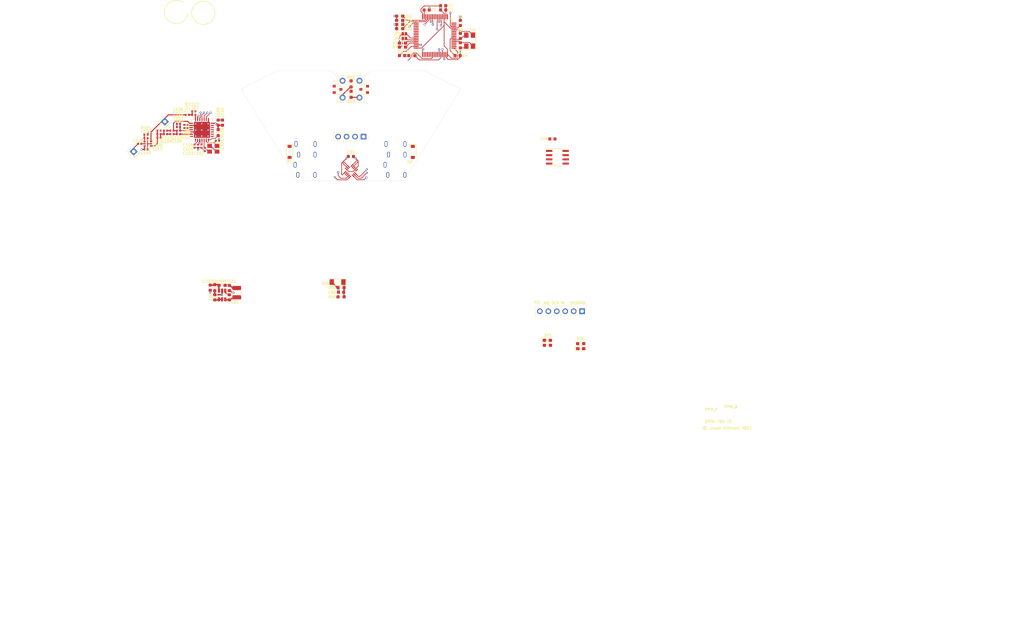
<source format=kicad_pcb>
(kicad_pcb (version 20211014) (generator pcbnew)
  (layers (0 "F.Cu" signal) (1 "In1.Cu" signal) (2 "In2.Cu" signal) (31 "B.Cu" signal) (35 "F.Paste" user) (36 "B.SilkS" user "B.Silkscreen") (37 "F.SilkS" user "F.Silkscreen") (38 "B.Mask" user) (39 "F.Mask" user) (44 "Edge.Cuts" user))
  (net 0 "")
  (net 1 "GND")
  (net 2 "+3V3")
  (net 3 "Net-(C4-Pad2)")
  (net 4 "Net-(C5-Pad2)")
  (net 5 "Net-(C6-Pad2)")
  (net 6 "VDD")
  (net 7 "Net-(C21-Pad2)")
  (net 8 "Net-(C21-Pad1)")
  (net 9 "Net-(C22-Pad2)")
  (net 10 "Net-(C101-Pad2)")
  (net 11 "Net-(C102-Pad2)")
  (net 12 "Net-(C103-Pad1)")
  (net 13 "Net-(C105-Pad1)")
  (net 14 "Net-(C109-Pad2)")
  (net 15 "/sx1276/Antenna")
  (net 16 "Net-(C7-Pad1)")
  (net 17 "Net-(Q11-Pad3)")
  (net 18 "Net-(Q11-Pad1)")
  (net 19 "Net-(Q12-Pad3)")
  (net 20 "Net-(Q12-Pad1)")
  (net 21 "Net-(R1-Pad2)")
  (net 22 "P_MISO")
  (net 23 "P_MOSI")
  (net 24 "/sx1276/RST")
  (net 25 "P_SCK")
  (net 26 "Net-(C8-Pad1)")
  (net 27 "RFO_HF")
  (net 28 "Net-(C111-Pad1)")
  (net 29 "RF1")
  (net 30 "RF2")
  (net 31 "Net-(C120-Pad1)")
  (net 32 "/sx1276/DIO5")
  (net 33 "/sx1276/DIO4")
  (net 34 "/sx1276/DIO3")
  (net 35 "/sx1276/DIO2")
  (net 36 "/sx1276/DIO1")
  (net 37 "VR_PA")
  (net 38 "SWD_DIO")
  (net 39 "SWD_CLK")
  (net 40 "SNS_VIN")
  (net 41 "Net-(C122-Pad2)")
  (net 42 "Net-(D1-Pad2)")
  (net 43 "Net-(D2-Pad2)")
  (net 44 "Net-(D10-Pad3)")
  (net 45 "Net-(D10-Pad4)")
  (net 46 "Net-(D12-Pad2)")
  (net 47 "Net-(D13-Pad2)")
  (net 51 "Net-(J2-Pad2)")
  (net 52 "Net-(J2-Pad3)")
  (net 56 "PPM_F")
  (net 57 "PPM_B")
  (net 58 "INT_L")
  (net 59 "CS_M")
  (net 60 "CS_A")
  (net 61 "CS_L")
  (net 62 "USB_RX")
  (net 63 "USB_TX")
  (net 64 "PA_BOOST")
  (net 65 "RFI_HF")
  (net 66 "USB_DP")
  (net 67 "USB_DM")
  (net 68 "LED_BLUE")
  (net 69 "LED_RED")
  (net 70 "RF_MOD")
  (net 103 "Net-(C117-Pad1)")
  (net 104 "LED_MISC")
  (net 108 "GPIO1")
  (footprint "Capacitor_SMD:C_0603_1608Metric" (layer "F.Cu") (at -2.95 66.55 180)
    (fp_text reference "C50")
    (fp_text value "100nF" hide)
  )
  (footprint "Capacitor_SMD:C_0603_1608Metric" (layer "F.Cu") (at -40.87325 68.08575 90)
    (fp_text reference "C20")
    (fp_text value "2.2uF" hide)
  )
  (footprint "Capacitor_SMD:C_0603_1608Metric" (layer "F.Cu") (at -36.47325 68.08575 -90)
    (fp_text reference "C21")
    (fp_text value "100nF" hide)
  )
  (footprint "Capacitor_SMD:C_0603_1608Metric" (layer "F.Cu") (at -42.23575 65.17325 90)
    (fp_text reference "C22")
    (fp_text value "22pF" hide)
  )
  (footprint "Capacitor_SMD:C_0603_1608Metric" (layer "F.Cu") (at -36.47325 65.28575 -90)
    (fp_text reference "C23")
    (fp_text value "22uF" hide)
  )
  (footprint "Capacitor_SMD:C_0402_1005Metric" (layer "F.Cu") (at -40.0515 21.008 180)
    (fp_text reference "C101")
    (fp_text value "15pF" hide)
  )
  (footprint "Capacitor_SMD:C_0402_1005Metric" (layer "F.Cu") (at -43.8515 23.652 90)
    (fp_text reference "C102")
    (fp_text value "15pF" hide)
  )
  (footprint "Capacitor_SMD:C_0402_1005Metric" (layer "F.Cu") (at -44.847 22.659 -90)
    (fp_text reference "C103")
    (fp_text value "100nF" hide)
  )
  (footprint "Capacitor_SMD:C_0402_1005Metric" (layer "F.Cu") (at -45.863 22.659 -90)
    (fp_text reference "C104")
    (fp_text value "100nF" hide)
  )
  (footprint "Capacitor_SMD:C_0402_1005Metric" (layer "F.Cu") (at -46.9425 22.659 -90)
    (fp_text reference "C105")
    (fp_text value "100nF" hide)
  )
  (footprint "Capacitor_SMD:C_0402_1005Metric" (layer "F.Cu") (at -49.0575 16.75 90)
    (fp_text reference "C106")
    (fp_text value "47pF" hide)
  )
  (footprint "Capacitor_SMD:C_0402_1005Metric" (layer "F.Cu") (at -49.9975 16.74 90)
    (fp_text reference "C107")
    (fp_text value "100nF" hide)
  )
  (footprint "Inductor_SMD:L_1210_3225Metric" (layer "F.Cu") (at -34.26675 66.68175 90)
    (fp_text reference "L20" hide)
    (fp_text value "4.7uH" hide)
  )
  (footprint "Package_TO_SOT_SMD:SOT-23" (layer "F.Cu") (at -4 5.6)
    (fp_text reference "Q11" hide)
    (fp_text value "AO3401A" hide)
  )
  (footprint "Package_TO_SOT_SMD:SOT-23" (layer "F.Cu") (at 4 5.6 180)
    (fp_text reference "Q12" hide)
    (fp_text value "AO3401A" hide)
  )
  (footprint "Resistor_SMD:R_0603_1608Metric_Pad0.98x0.95mm_HandSolder" (layer "F.Cu") (at -2.95 67.95)
    (fp_text reference "R50")
    (fp_text value "15K" hide)
  )
  (footprint "Resistor_SMD:R_0603_1608Metric_Pad0.98x0.95mm_HandSolder" (layer "F.Cu") (at -2.95 65.15 180)
    (fp_text reference "R51")
    (fp_text value "2K2" hide)
  )
  (footprint "Resistor_SMD:R_0603_1608Metric_Pad0.98x0.95mm_HandSolder" (layer "F.Cu") (at 14.653444 -12.646556 180)
    (fp_text reference "R10")
    (fp_text value "1K" hide)
  )
  (footprint "Resistor_SMD:R_0603_1608Metric_Pad0.98x0.95mm_HandSolder" (layer "F.Cu") (at 14.653444 -16.396556 180)
    (fp_text reference "R11")
    (fp_text value "1K" hide)
  )
  (footprint "Resistor_SMD:R_0603_1608Metric_Pad0.98x0.95mm_HandSolder" (layer "F.Cu") (at 0.066 3.972 -90)
    (fp_text reference "R12")
    (fp_text value "10R" hide)
  )
  (footprint "Resistor_SMD:R_0603_1608Metric_Pad0.98x0.95mm_HandSolder" (layer "F.Cu") (at 0.066 7.072 -90)
    (fp_text reference "R13")
    (fp_text value "22R" hide)
  )
  (footprint "Resistor_SMD:R_0603_1608Metric_Pad0.98x0.95mm_HandSolder" (layer "F.Cu") (at -38.67325 64.48575 180)
    (fp_text reference "R20")
    (fp_text value "10K" hide)
  )
  (footprint "Resistor_SMD:R_0603_1608Metric_Pad0.98x0.95mm_HandSolder" (layer "F.Cu") (at -40.87325 65.18575 -90)
    (fp_text reference "R21")
    (fp_text value "2K2" hide)
  )
  (footprint "Resistor_SMD:R_0603_1608Metric_Pad0.98x0.95mm_HandSolder" (layer "F.Cu") (at -39.8305 18.595 -90)
    (fp_text reference "R100")
    (fp_text value "10K" hide)
  )
  (footprint "Package_TO_SOT_SMD:TSOT-23-6" (layer "F.Cu") (at -38.67325 67.38575 -90)
    (fp_text reference "U20" hide)
    (fp_text value "SY8253ADC" hide)
  )
  (footprint "lib_fp:TGD-TFLGA-16_3x3mm" (layer "F.Cu") (at 0 30.2 45)
    (fp_text reference "U30" hide)
    (fp_text value "H3LIS331DL" hide)
  )
  (footprint "lib_fp:TGD-QFN-28-1EP_6x6mm_P0.65mm_EP4.8x4.8mm" (layer "F.Cu") (at -44.7075 17.75 90)
    (fp_text reference "U100")
    (fp_text value "SX1276" hide)
  )
  (footprint "Crystal:Crystal_SMD_3225-4Pin_3.2x2.5mm" (layer "F.Cu") (at -41.3075 23.45 180)
    (fp_text reference "U101" hide)
    (fp_text value "Crystal_GND24" hide)
  )
  (footprint "lib_fp:R50RB2-F-0160" (layer "F.Cu") (at 0.066 5.486 -90)
    (fp_text reference "D10" hide)
    (fp_text value "R50RB2-F-0160" hide)
  )
  (footprint "lib_fp:TGD_MountingHole" (layer "F.Cu") (at -45.25 -17.25)
    (fp_text reference "H1" hide)
    (fp_text value "MountingHole" hide)
  )
  (footprint "lib_fp:TGD_MountingHole" (layer "F.Cu") (at -50.45 -18.55)
    (fp_text reference "H2" hide)
    (fp_text value "MountingHole" hide)
  )
  (footprint "Resistor_SMD:R_0603_1608Metric_Pad0.98x0.95mm_HandSolder" (layer "F.Cu") (at 18.303444 -4.546556)
    (fp_text reference "R1")
    (fp_text value "10K" hide)
  )
  (footprint "Capacitor_SMD:C_0603_1608Metric" (layer "F.Cu") (at -39.8575 15.6 90)
    (fp_text reference "C108")
    (fp_text value "100nF" hide)
  )
  (footprint "Capacitor_SMD:C_0402_1005Metric" (layer "F.Cu") (at -55.6575 18)
    (fp_text reference "C111")
    (fp_text value "8.2pF" hide)
  )
  (footprint "Crystal:Crystal_SMD_5032-4Pin_5.0x3.2mm" (layer "F.Cu") (at 35.653444 -9.046556 90)
    (fp_text reference "U2")
    (fp_text value "Crystal_GND24" hide)
  )
  (footprint "Capacitor_SMD:C_0402_1005Metric" (layer "F.Cu") (at -53.7075 18 180)
    (fp_text reference "C110")
    (fp_text value "8.2pF" hide)
  )
  (footprint "Capacitor_SMD:C_0402_1005Metric" (layer "F.Cu") (at -61.5075 20.25 180)
    (fp_text reference "C122")
    (fp_text value "1nF" hide)
  )
  (footprint "Capacitor_SMD:C_0603_1608Metric" (layer "F.Cu") (at 32.853444 -7.646556 90)
    (fp_text reference "C5")
    (fp_text value "15pF" hide)
  )
  (footprint "Inductor_SMD:L_0402_1005Metric" (layer "F.Cu") (at -55.6575 19.05 180)
    (fp_text reference "L104")
    (fp_text value "5.6nH" hide)
  )
  (footprint "Resistor_SMD:R_0603_1608Metric_Pad0.98x0.95mm_HandSolder" (layer "F.Cu") (at 59 82.5)
    (fp_text reference "R17" hide)
    (fp_text value "1K" hide)
  )
  (footprint "Diode_SMD:D_SOD-123" (layer "F.Cu") (at 18.6 24.4 -90)
    (fp_text reference "D2")
    (fp_text value "B5819W" hide)
  )
  (footprint "Capacitor_SMD:C_0603_1608Metric" (layer "F.Cu") (at 32.853444 -14.346556 90)
    (fp_text reference "C3")
    (fp_text value "100nF" hide)
  )
  (footprint "Capacitor_SMD:C_0603_1608Metric" (layer "F.Cu") (at 32.853444 -10.446556 -90)
    (fp_text reference "C6")
    (fp_text value "15pF" hide)
  )
  (footprint "Capacitor_SMD:C_0402_1005Metric" (layer "F.Cu") (at -61.5075 23.65 180)
    (fp_text reference "C145")
    (fp_text value "1nF" hide)
  )
  (footprint "Inductor_SMD:L_0402_1005Metric" (layer "F.Cu") (at -47.1575 13.25 180)
    (fp_text reference "L107")
    (fp_text value "10nH" hide)
  )
  (footprint "lib_fp:G-Switch-ST-TRRS" (layer "F.Cu") (at 13.5 33 90)
    (fp_text reference "J2" hide)
    (fp_text value "G-Switch-ST-0322" hide)
  )
  (footprint "Package_SO:SOIC-8_3.9x4.9mm_P1.27mm" (layer "F.Cu") (at 62 26)
    (fp_text reference "U40" hide)
    (fp_text value "LE25U40CMD" hide)
  )
  (footprint "Capacitor_SMD:C_0402_1005Metric" (layer "F.Cu") (at -53.7075 19.05 180)
    (fp_text reference "C109")
    (fp_text value "22pF" hide)
  )
  (footprint "Package_TO_SOT_SMD:SOT-363_SC-70-6" (layer "F.Cu") (at -60.9575 21.95 180)
    (fp_text reference "U102" hide)
    (fp_text value "PE4259" hide)
  )
  (footprint "Capacitor_SMD:C_0603_1608Metric" (layer "F.Cu") (at 60.5 20.5)
    (fp_text reference "C40")
    (fp_text value "100nF" hide)
  )
  (footprint "Connector_PinHeader_2.54mm:PinHeader_1x06_P2.54mm_Vertical" (layer "F.Cu") (at 69.429221 72.264155 -90)
    (fp_text reference "J5" hide)
    (fp_text value "Conn_01x06" hide)
  )
  (footprint "Diode_SMD:D_SOD-123" (layer "F.Cu") (at -18.4 24.4 -90)
    (fp_text reference "D1")
    (fp_text value "B5819W" hide)
  )
  (footprint "Capacitor_SMD:C_0603_1608Metric" (layer "F.Cu") (at 27.703444 -19.546556)
    (fp_text reference "C1")
    (fp_text value "2.2uF" hide)
  )
  (footprint "Resistor_SMD:R_0603_1608Metric_Pad0.98x0.95mm_HandSolder" (layer "F.Cu") (at 14.653444 -15.146556 180)
    (fp_text reference "R15")
    (fp_text value "10K" hide)
  )
  (footprint "Connector_PinHeader_2.54mm:PinHeader_1x01_P2.54mm_Vertical" (layer "F.Cu") (at -65.2075 24.3 45)
    (fp_text reference "J103" hide)
    (fp_text value "Conn_01x01_Female" hide)
  )
  (footprint "Diode_SMD:D_MiniMELF" (layer "F.Cu") (at -4 63.5 180)
    (fp_text reference "D50")
    (fp_text value "ZMM3V3" hide)
  )
  (footprint "Inductor_SMD:L_0402_1005Metric" (layer "F.Cu") (at -51.7775 18)
    (fp_text reference "L102")
    (fp_text value "33nH" hide)
  )
  (footprint "Resistor_SMD:R_0603_1608Metric_Pad0.98x0.95mm_HandSolder" (layer "F.Cu") (at 15.503444 -8.296556)
    (fp_text reference "R3")
    (fp_text value "22R" hide)
  )
  (footprint "Connector_PinHeader_2.54mm:PinHeader_1x01_P2.54mm_Vertical" (layer "F.Cu") (at -55.8575 15.3 45)
    (fp_text reference "J104" hide)
    (fp_text value "Conn_01x01_Female" hide)
  )
  (footprint "lib_fp:TGD_SolderJumper" (layer "F.Cu") (at 16.053444 -11.096556)
    (fp_text reference "JP3")
    (fp_text value "SolderJumper_2_Open" hide)
  )
  (footprint "Capacitor_SMD:C_0603_1608Metric" (layer "F.Cu") (at 32.053444 -4.546556 180)
    (fp_text reference "C4")
    (fp_text value "100nF" hide)
  )
  (footprint "Resistor_SMD:R_0603_1608Metric_Pad0.98x0.95mm_HandSolder" (layer "F.Cu") (at 15.503444 -7.096556 180)
    (fp_text reference "R2")
    (fp_text value "22R" hide)
  )
  (footprint "Capacitor_SMD:C_0402_1005Metric" (layer "F.Cu") (at -57.6075 20.1 180)
    (fp_text reference "C112")
    (fp_text value "1.5pF" hide)
  )
  (footprint "LED_SMD:LED_0603_1608Metric_Pad1.05x0.95mm_HandSolder" (layer "F.Cu") (at 59 81)
    (fp_text reference "D12" hide)
    (fp_text value "3V3_LED" hide)
  )
  (footprint "lib_fp:TGD_SolderJumper" (layer "F.Cu") (at 16.053444 -9.696556)
    (fp_text reference "JP2")
    (fp_text value "SolderJumper_2_Open" hide)
  )
  (footprint "Capacitor_SMD:C_0402_1005Metric" (layer "F.Cu") (at -57.6075 18)
    (fp_text reference "C113")
    (fp_text value "3.3pF" hide)
  )
  (footprint "Capacitor_SMD:C_0603_1608Metric" (layer "F.Cu") (at 15.353444 -4.546556)
    (fp_text reference "C8")
    (fp_text value "2.2uF" hide)
  )
  (footprint "Resistor_SMD:R_0603_1608Metric_Pad0.98x0.95mm_HandSolder" (layer "F.Cu") (at 14.653444 -13.896556 180)
    (fp_text reference "R14")
    (fp_text value "10K" hide)
  )
  (footprint "Resistor_SMD:R_0603_1608Metric_Pad0.98x0.95mm_HandSolder" (layer "F.Cu") (at 69 82)
    (fp_text reference "R18" hide)
    (fp_text value "1K" hide)
  )
  (footprint "Resistor_SMD:R_0402_1005Metric" (layer "F.Cu") (at -61.5075 19.2)
    (fp_text reference "R101")
    (fp_text value "1K" hide)
  )
  (footprint "Capacitor_SMD:C_0402_1005Metric" (layer "F.Cu") (at -47.1575 12.2)
    (fp_text reference "C117")
    (fp_text value "3.3pF" hide)
  )
  (footprint "Inductor_SMD:L_0402_1005Metric" (layer "F.Cu") (at -51.7575 19.05 180)
    (fp_text reference "L103")
    (fp_text value "2.2nH" hide)
  )
  (footprint "Connector_PinSocket_2.54mm:PinSocket_1x04_P2.54mm_Vertical" (layer "F.Cu") (at 3.8 19.8 -90)
    (fp_text reference "J3" hide)
    (fp_text value "orange_red red_black" hide)
  )
  (footprint "Capacitor_SMD:C_0402_1005Metric" (layer "F.Cu") (at -51.7575 16.95 180)
    (fp_text reference "C121")
    (fp_text value "47pF" hide)
  )
  (footprint "Capacitor_SMD:C_0603_1608Metric" (layer "F.Cu") (at 27.703444 -18.246556)
    (fp_text reference "C2")
    (fp_text value "100nF" hide)
  )
  (footprint "Capacitor_SMD:C_0402_1005Metric" (layer "F.Cu") (at -51.7575 15.9 180)
    (fp_text reference "C135")
    (fp_text value "100nF" hide)
  )
  (footprint "lib_fp:G-Switch-ST-TRRS" (layer "F.Cu") (at -13.5 33 90)
    (fp_text reference "J1" hide)
    (fp_text value "G-Switch-ST-0322" hide)
  )
  (footprint "Package_QFP:LQFP-64_10x10mm_P0.5mm" (layer "F.Cu") (at 25.253444 -10.546556 180)
    (fp_text reference "U1" hide)
    (fp_text value "STM32F405RGTx" hide)
  )
  (footprint "Capacitor_SMD:C_0603_1608Metric" (layer "F.Cu") (at 22.753444 -18.246556)
    (fp_text reference "C7")
    (fp_text value "2.2uF" hide)
  )
  (footprint "LED_SMD:LED_0603_1608Metric_Pad1.05x0.95mm_HandSolder" (layer "F.Cu") (at 69 83.5)
    (fp_text reference "D13" hide)
    (fp_text value "MISC1_LED" hide)
  )
  (footprint "Capacitor_SMD:C_0603_1608Metric" (layer "F.Cu") (at 0 25.75)
    (fp_text reference "C31")
    (fp_text value "100nF" hide)
  )
  (footprint "Inductor_SMD:L_0402_1005Metric" (layer "F.Cu") (at -57.6125 19.05 180)
    (fp_text reference "L105")
    (fp_text value "4.7nH" hide)
  )
  (footprint "Capacitor_SMD:C_0402_1005Metric" (layer "F.Cu") (at -49.1075 13.25)
    (fp_text reference "C118")
    (fp_text value "47pF" hide)
  )
  (footprint "Capacitor_SMD:C_0402_1005Metric" (layer "F.Cu") (at -63.4075 21.95 180)
    (fp_text reference "C120")
    (fp_text value "47pF" hide)
  )
  (footprint "Capacitor_SMD:C_0603_1608Metric" (layer "F.Cu") (at -38.5575 15.6 90)
    (fp_text reference "C100")
    (fp_text value "2.2uF" hide)
  )
  (gr_circle (center -44.3 -17.4) (end -40.8 -17.4) (layer "F.SilkS") (width 0.2) (fill none))
  (gr_circle (center -52.45 -17.65) (end -48.95 -17.65) (layer "F.SilkS") (width 0.2) (fill none))
  (gr_line (start -3.084 9.472) (end -3.884 8.672) (layer "F.SilkS") (width 0.12))
  (gr_line (start 16 33) (end 33 5.5) (layer "Edge.Cuts") (width 0.05))
  (gr_line (start -16 33) (end 0 33) (layer "Edge.Cuts") (width 0.05))
  (gr_line (start 0 2) (end -4 2) (layer "Edge.Cuts") (width 0.05))
  (gr_line (start 6 0) (end 4 2) (layer "Edge.Cuts") (width 0.05))
  (gr_line (start -22 0) (end -33 5.5) (layer "Edge.Cuts") (width 0.05))
  (gr_line (start 0 33) (end 16 33) (layer "Edge.Cuts") (width 0.05))
  (gr_line (start 4 2) (end 0 2) (layer "Edge.Cuts") (width 0.05))
  (gr_line (start -33 5.5) (end -16 33) (layer "Edge.Cuts") (width 0.05))
  (gr_line (start 22 0) (end 6 0) (layer "Edge.Cuts") (width 0.05))
  (gr_line (start 33 5.5) (end 22 0) (layer "Edge.Cuts") (width 0.05))
  (gr_line (start -6 0) (end -22 0) (layer "Edge.Cuts") (width 0.05))
  (gr_line (start -4 2) (end -6 0) (layer "Edge.Cuts") (width 0.05))
  (gr_text "PPM_B" (at 114.1 100.95) (layer "F.SilkS") (effects (font (size 0.8 0.8) (thickness 0.2))))
  (gr_text "© Jacob Williams 2022" (at 112.95 107.4) (layer "F.SilkS") (effects (font (size 0.8 0.8) (thickness 0.2))))
  (gr_text "MI" (at 63.679221 69.764155) (layer "F.SilkS") (effects (font (size 0.8 0.8) (thickness 0.2))))
  (gr_text "MO" (at 58.729221 69.814155) (layer "F.SilkS") (effects (font (size 0.8 0.8) (thickness 0.2))))
  (gr_text "PPM_F" (at 108.2 101.8) (layer "F.SilkS") (effects (font (size 0.8 0.8) (thickness 0.2))))
  (gr_text "IO1\n" (at 55.879221 69.564155) (layer "F.SilkS") (effects (font (size 0.8 0.8) (thickness 0.2))))
  (gr_text "3V3" (at 59 79.5) (layer "F.SilkS") (effects (font (size 0.8 0.8) (thickness 0.2))))
  (gr_text "3V3" (at 66.829221 69.864155) (layer "F.SilkS") (effects (font (size 0.8 0.8) (thickness 0.2))))
  (gr_text "SPIN-TGD V2" (at 110.3 105.4) (layer "F.SilkS") (effects (font (size 0.8 0.8) (thickness 0.2))))
  (gr_text "MOL" (at 69 80.5) (layer "F.SilkS") (effects (font (size 0.8 0.8) (thickness 0.2))))
  (gr_text "GND" (at 69.179221 69.664155) (layer "F.SilkS") (effects (font (size 0.8 0.8) (thickness 0.2))))
  (gr_text "SCK" (at 61.429221 69.714155) (layer "F.SilkS") (effects (font (size 0.8 0.8) (thickness 0.2))))
  (segment (start -45.778 23.082) (end -45.8315 23.082) (width 0.2032) (layer "F.Cu") (net 1))
  (segment (start 32.853444 -11.846556) (end 35.503444 -11.846556) (width 0.2032) (layer "F.Cu") (net 1))
  (segment (start -0.607107 30.3) (end 0.607107 30.3) (width 0.2032) (layer "F.Cu") (net 1))
  (segment (start -35.21075 66.66075) (end -35.61075 66.66075) (width 0.4064) (layer "F.Cu") (net 1))
  (segment (start 32.403444 -12.296556) (end 32.853444 -11.846556) (width 0.2032) (layer "F.Cu") (net 1))
  (segment (start 1.5 26.4) (end 0.85 25.75) (width 0.2032) (layer "F.Cu") (net 1))
  (segment (start -46.8315 23.062) (end -46.8515 23.082) (width 0.2032) (layer "F.Cu") (net 1))
  (segment (start -35.61075 66.66075) (end -36.21075 66.06075) (width 0.4064) (layer "F.Cu") (net 1))
  (segment (start 1.85 26.75) (end 1.8 26.7) (width 0.2032) (layer "F.Cu") (net 1))
  (segment (start -47.695 18.4) (end -45.3575 18.4) (width 0.3048) (layer "F.Cu") (net 1))
  (segment (start -42.7575 14.65) (end -42.7575 15.807) (width 0.3048) (layer "F.Cu") (net 1))
  (segment (start 28.503444 -16.221556) (end 28.503444 -18.121556) (width 0.2032) (layer "F.Cu") (net 1))
  (segment (start 32.828444 -4.546556) (end 32.828444 -6.846556) (width 0.2032) (layer "F.Cu") (net 1))
  (segment (start -43.8515 24.132) (end -44.847 23.139) (width 0.2032) (layer "F.Cu") (net 1))
  (segment (start -60.9575 21.95) (end -61.0275 21.88) (width 0.25) (layer "F.Cu") (net 1))
  (segment (start -38.67325 67.38575) (end -38.67325 66.07575) (width 0.4064) (layer "F.Cu") (net 1))
  (segment (start -36.21075 66.06075) (end -36.47325 66.06075) (width 0.4064) (layer "F.Cu") (net 1))
  (segment (start -39.5765 21.003) (end -39.5715 21.008) (width 0.2032) (layer "F.Cu") (net 1))
  (segment (start -42.7575 15.8) (end -44.7075 17.75) (width 0.4064) (layer "F.Cu") (net 1))
  (segment (start -42.7575 15.807) (end -42.8785 15.928) (width 0.3048) (layer "F.Cu") (net 1))
  (segment (start 28.478444 -19.446556) (end 28.478444 -18.846556) (width 0.2032) (layer "F.Cu") (net 1))
  (segment (start -4.1 65.15) (end -5.75 63.5) (width 0.4064) (layer "F.Cu") (net 1))
  (segment (start -40.87325 67.31075) (end -40.87325 66.09825) (width 0.4064) (layer "F.Cu") (net 1))
  (segment (start -54.6825 18) (end -54.1875 18) (width 0.3048) (layer "F.Cu") (net 1))
  (segment (start -49.0575 16.27) (end -48.8625 16.27) (width 0.3048) (layer "F.Cu") (net 1))
  (segment (start -39.5765 20.5635) (end -39.5765 21.003) (width 0.2032) (layer "F.Cu") (net 1))
  (segment (start -3.725 65.2875) (end -3.8625 65.15) (width 0.3048) (layer "F.Cu") (net 1))
  (segment (start 28.503444 -18.121556) (end 28.478444 -18.146556) (width 0.2032) (layer "F.Cu") (net 1))
  (segment (start 1.8 26.7) (end 1.5 26.4) (width 0.2032) (layer "F.Cu") (net 1))
  (segment (start -1.378858 29.528249) (end -0.607107 30.3) (width 0.2032) (layer "F.Cu") (net 1))
  (segment (start -47.0835 16.45) (end -47.1325 16.45) (width 0.3048) (layer "F.Cu") (net 1))
  (segment (start -3.725 66.55) (end -3.725 65.2875) (width 0.3048) (layer "F.Cu") (net 1))
  (segment (start 0.607107 30.3) (end 1.378858 29.528249) (width 0.2032) (layer "F.Cu") (net 1))
  (segment (start 16.753444 -4.546556) (end 17.390944 -4.546556) (width 0.2032) (layer "F.Cu") (net 1))
  (segment (start -60.0075 21.95) (end -60.9575 21.95) (width 0.25) (layer "F.Cu") (net 1))
  (segment (start -44.8515 23.082) (end -45.778 23.082) (width 0.2032) (layer "F.Cu") (net 1))
  (segment (start 28.503444 -4.064642) (end 29.20037 -3.367716) (width 0.2032) (layer "F.Cu") (net 1))
  (segment (start 34.128444 -6.871556) (end 34.653444 -7.396556) (width 0.2032) (layer "F.Cu") (net 1))
  (segment (start 2.2 27.1) (end 1.8 26.7) (width 0.2032) (layer "F.Cu") (net 1))
  (segment (start -61.0275 21.88) (end -61.0275 20.25) (width 0.25) (layer "F.Cu") (net 1))
  (segment (start 35.503444 -11.846556) (end 36.653444 -10.696556) (width 0.2032) (layer "F.Cu") (net 1))
  (segment (start -49.9575 16.27) (end -49.0575 16.27) (width 0.3048) (layer "F.Cu") (net 1))
  (segment (start -48.6825 16.45) (end -47.8075 16.45) (width 0.3048) (layer "F.Cu") (net 1))
  (segment (start 30.928444 -12.296556) (end 32.403444 -12.296556) (width 0.2032) (layer "F.Cu") (net 1))
  (segment (start 0.318198 28.467588) (end 0.332412 28.467588) (width 0.2032) (layer "F.Cu") (net 1))
  (segment (start 32.853444 -15.121556) (end 32.853444 -16.196556) (width 0.2032) (layer "F.Cu") (net 1))
  (segment (start -40.87325 67.31075) (end -38.74825 67.31075) (width 0.4064) (layer "F.Cu") (net 1))
  (segment (start 32.853444 -6.871556) (end 34.128444 -6.871556) (width 0.2032) (layer "F.Cu") (net 1))
  (segment (start -38.74825 67.31075) (end -38.67325 67.38575) (width 0.4064) (layer "F.Cu") (net 1))
  (segment (start 29.20037 -3.367716) (end 32.044136 -3.367716) (width 0.2032) (layer "F.Cu") (net 1))
  (segment (start -45.863 23.0735) (end -45.8515 23.062) (width 0.2032) (layer "F.Cu") (net 1))
  (segment (start -48.8625 16.27) (end -48.6825 16.45) (width 0.3048) (layer "F.Cu") (net 1))
  (segment (start -61.0275 23.65) (end -61.0275 21.88) (width 0.25) (layer "F.Cu") (net 1))
  (segment (start 32.828444 -6.846556) (end 32.853444 -6.871556) (width 0.2032) (layer "F.Cu") (net 1))
  (segment (start -46.0075 16.45) (end -44.7075 17.75) (width 0.2032) (layer "F.Cu") (net 1))
  (segment (start -39.2075 14.825) (end -39.8575 14.825) (width 0.3048) (layer "F.Cu") (net 1))
  (segment (start -3.8625 65.15) (end -4.1 65.15) (width 0.4064) (layer "F.Cu") (net 1))
  (segment (start 0.332412 28.467588) (end 1.85 26.95) (width 0.2032) (layer "F.Cu") (net 1))
  (segment (start 32.044136 -3.367716) (end 32.828444 -4.152024) (width 0.2032) (layer "F.Cu") (net 1))
  (segment (start 16.128444 -4.546556) (end 16.753444 -4.546556) (width 0.2032) (layer "F.Cu") (net 1))
  (segment (start 0.671751 28.821142) (end 0.678858 28.821142) (width 0.2032) (layer "F.Cu") (net 1))
  (segment (start 2.2 27.3) (end 2.2 27.1) (width 0.2032) (layer "F.Cu") (net 1))
  (segment (start -4.05 32.75) (end -1.135786 32.75) (width 0.2032) (layer "F.Cu") (net 1))
  (segment (start -3.8625 66.4125) (end -3.725 66.55) (width 0.2032) (layer "F.Cu") (net 1))
  (segment (start 28.478444 -18.846556) (end 28.478444 -18.146556) (width 0.2032) (layer "F.Cu") (net 1))
  (segment (start 0.85 25.75) (end 0.775 25.75) (width 0.2032) (layer "F.Cu") (net 1))
  (segment (start -45.8515 23.062) (end -46.8315 23.062) (width 0.2032) (layer "F.Cu") (net 1))
  (segment (start -4.8 32) (end -4.05 32.75) (width 0.2032) (layer "F.Cu") (net 1))
  (segment (start 28.503444 -4.871556) (end 28.503444 -4.064642) (width 0.2032) (layer "F.Cu") (net 1))
  (segment (start -45.863 23.4845) (end -45.863 23.0735) (width 0.2032) (layer "F.Cu") (net 1))
  (segment (start -38.67325 66.07575) (end -38.67325 66.100472) (width 0.4064) (layer "F.Cu") (net 1))
  (segment (start -38.5575 14.825) (end -39.2075 14.825) (width 0.3048) (layer "F.Cu") (net 1))
  (segment (start -45.3575 18.4) (end -44.7075 17.75) (width 0.3048) (layer "F.Cu") (net 1))
  (segment (start 0.678858 28.821142) (end 2.2 27.3) (width 0.2032) (layer "F.Cu") (net 1))
  (segment (start -1.135786 32.75) (end -0.318198 31.932412) (width 0.2032) (layer "F.Cu") (net 1))
  (segment (start -47.1325 16.45) (end -47.8075 16.45) (width 0.3048) (layer "F.Cu") (net 1))
  (segment (start -0.318198 31.932412) (end -0.332412 31.932412) (width 0.2032) (layer "F.Cu") (net 1))
  (segment (start -45.8315 23.082) (end -45.8515 23.062) (width 0.2032) (layer "F.Cu") (net 1))
  (segment (start -55.1775 18) (end -54.6825 18) (width 0.3048) (layer "F.Cu") (net 1))
  (segment (start -40.5055 24.202) (end -42.2055 22.502) (width 0.2032) (layer "F.Cu") (net 1))
  (segment (start 32.853444 -11.846556) (end 32.853444 -11.221556) (width 0.2032) (layer "F.Cu") (net 1))
  (segment (start 1.378858 29.528249) (end 2.2 28.707107) (width 0.2032) (layer "F.Cu") (net 1))
  (segment (start -46.56425 18.4) (end -47.75075 18.4) (width 0.2032) (layer "F.Cu") (net 1))
  (segment (start 1.85 26.95) (end 1.85 26.75) (width 0.2032) (layer "F.Cu") (net 1))
  (segment (start 2.2 28.707107) (end 2.2 27.1) (width 0.2032) (layer "F.Cu") (net 1))
  (segment (start 32.828444 -4.152024) (end 32.828444 -4.546556) (width 0.2032) (layer "F.Cu") (net 1))
  (segment (start -40.2515 24.202) (end -40.5055 24.202) (width 0.2032) (layer "F.Cu") (net 1))
  (segment (start -52.2375 16.95) (end -52.2375 16.43) (width 0.3048) (layer "F.Cu") (net 1))
  (segment (start -42.2055 22.502) (end -42.4515 22.502) (width 0.2032) (layer "F.Cu") (net 1))
  (segment (start -52.2375 16.43) (end -52.2375 15.9) (width 0.3048) (layer "F.Cu") (net 1))
  (segment (start -46.5615 15.928) (end -47.0835 16.45) (width 0.3048) (layer "F.Cu") (net 1))
  (via (at 32.853444 -6.271556) (size 0.6096) (drill 0.3048) (layers "F.Cu" "B.Cu") (net 1))
  (via (at -44.7835 15.928) (size 0.6096) (drill 0.3048) (layers "F.Cu" "B.Cu") (net 1))
  (via (at -4.8 32) (size 0.6096) (drill 0.3048) (layers "F.Cu" "B.Cu") (net 1))
  (via (at -39.5765 20.5635) (size 0.6096) (drill 0.3048) (layers "F.Cu" "B.Cu") (net 1))
  (via (at -3.7625 65.85) (size 0.6096) (drill 0.3048) (layers "F.Cu" "B.Cu") (net 1))
  (via (at 16.753444 -4.546556) (size 0.6096) (drill 0.3048) (layers "F.Cu" "B.Cu") (net 1))
  (via (at -42.8785 19.611) (size 0.6096) (drill 0.3048) (layers "F.Cu" "B.Cu") (net 1))
  (via (at -41.4575 23.25) (size 0.6096) (drill 0.3048) (layers "F.Cu" "B.Cu") (net 1))
  (via (at -44.7835 17.833) (size 0.6096) (drill 0.3048) (layers "F.Cu" "B.Cu") (net 1))
  (via (at -44.7835 19.611) (size 0.6096) (drill 0.3048) (layers "F.Cu" "B.Cu") (net 1))
  (via (at 28.478444 -18.946556) (size 0.6096) (drill 0.3048) (layers "F.Cu" "B.Cu") (net 1))
  (via (at -39.2075 14.825) (size 0.6096) (drill 0.3048) (layers "F.Cu" "B.Cu") (net 1))
  (via (at 1.5 26.4) (size 0.6096) (drill 0.3048) (layers "F.Cu" "B.Cu") (net 1))
  (via (at -45.8575 23.7) (size 0.6096) (drill 0.3048) (layers "F.Cu" "B.Cu") (net 1))
  (via (at -46.5615 19.611) (size 0.6096) (drill 0.3048) (layers "F.Cu" "B.Cu") (net 1))
  (via (at -46.5615 15.928) (size 0.6096) (drill 0.3048) (layers "F.Cu" "B.Cu") (net 1))
  (via (at -38.67325 67.38575) (size 0.6096) (drill 0.3048) (layers "F.Cu" "B.Cu") (net 1))
  (via (at 23.553444 -18.846556) (size 0.6096) (drill 0.3048) (layers "F.Cu" "B.Cu") (net 1))
  (via (at -52.2375 16.43) (size 0.6096) (drill 0.3048) (layers "F.Cu" "B.Cu") (net 1))
  (via (at -46.5615 17.833) (size 0.6096) (drill 0.3048) (layers "F.Cu" "B.Cu") (net 1))
  (via (at -49.5375 16.28) (size 0.6096) (drill 0.3048) (layers "F.Cu" "B.Cu") (net 1))
  (via (at 32.853444 -16.196556) (size 0.6096) (drill 0.3048) (layers "F.Cu" "B.Cu") (net 1))
  (via (at -35.21075 66.66075) (size 0.6096) (drill 0.3048) (layers "F.Cu" "B.Cu") (net 1))
  (via (at -42.8785 15.928) (size 0.6096) (drill 0.3048) (layers "F.Cu" "B.Cu") (net 1))
  (via (at -42.8785 17.833) (size 0.6096) (drill 0.3048) (layers "F.Cu" "B.Cu") (net 1))
  (via (at 32.853444 -11.846556) (size 0.6096) (drill 0.3048) (layers "F.Cu" "B.Cu") (net 1))
  (segment (start -36.47325 64.51075) (end -36.47325 64.51075) (width 0.4064) (layer "F.Cu") (net 2))
  (segment (start 15.565944 -14.509056) (end 15.565944 -15.146556) (width 0.2032) (layer "F.Cu") (net 2))
  (segment (start 29.003444 -6.446556) (end 29.003444 -4.871556) (width 0.2032) (layer "F.Cu") (net 2))
  (segment (start 28.003444 -13.603445) (end 28.003444 -13.696556) (width 0.2032) (layer "F.Cu") (net 2))
  (segment (start -36.47325 64.51075) (end -36.292 64.51075) (width 0.4064) (layer "F.Cu") (net 2))
  (segment (start -61.9875 23.65) (end -62.8075 23.65) (width 0.3048) (layer "F.Cu") (net 2))
  (segment (start -48.9275 17.1) (end -49.0575 17.23) (width 0.3048) (layer "F.Cu") (net 2))
  (segment (start -1.703554 27.796446) (end -2.1 27.4) (width 0.2032) (layer "F.Cu") (net 2))
  (segment (start -37.08575 64.48575) (end -36.49825 64.48575) (width 0.4064) (layer "F.Cu") (net 2))
  (segment (start -2.4125 27.3875) (end -2.8 27.775) (width 0.2032) (layer "F.Cu") (net 2))
  (segment (start 21.503444 -16.221556) (end 21.503444 -17.296556) (width 0.2032) (layer "F.Cu") (net 2))
  (segment (start -2.464214 31.25) (end -1.732412 30.518198) (width 0.2032) (layer "F.Cu") (net 2))
  (segment (start 26.928444 -19.446556) (end 26.928444 -18.821556) (width 0.2032) (layer "F.Cu") (net 2))
  (segment (start 29.903444 -12.796556) (end 29.003444 -13.696556) (width 0.2032) (layer "F.Cu") (net 2))
  (segment (start 26.834355 -19.452467) (end 26.928444 -19.546556) (width 0.2032) (layer "F.Cu") (net 2))
  (segment (start 21.196555 -6.796556) (end 28.003444 -13.603445) (width 0.2032) (layer "F.Cu") (net 2))
  (segment (start -45.3575 21.6735) (end -45.3575 20.85) (width 0.3048) (layer "F.Cu") (net 2))
  (segment (start -42.21075 65.97325) (end -42.23575 65.94825) (width 0.3048) (layer "F.Cu") (net 2))
  (segment (start -39.8515 17.006) (end -39.8575 17) (width 0.3048) (layer "F.Cu") (net 2))
  (segment (start -2.8 31.1) (end -2.65 31.25) (width 0.2032) (layer "F.Cu") (net 2))
  (segment (start -2.1125 27.0875) (end -1.75 26.725) (width 0.2032) (layer "F.Cu") (net 2))
  (segment (start -36.292 64.51075) (end -35.521 65.28175) (width 0.4064) (layer "F.Cu") (net 2))
  (segment (start -1.696446 27.796446) (end -1.75 27.742893) (width 0.2032) (layer "F.Cu") (net 2))
  (segment (start -36.49825 64.48575) (end -36.47325 64.51075) (width 0.4064) (layer "F.Cu") (net 2))
  (segment (start 26.928444 -18.821556) (end 26.928444 -18.146556) (width 0.2032) (layer "F.Cu") (net 2))
  (segment (start -39.8575 17.6555) (end -39.8305 17.6825) (width 0.3048) (layer "F.Cu") (net 2))
  (segment (start -39.8515 17.006) (end -39.8515 17.8395) (width 0.2032) (layer "F.Cu") (net 2))
  (segment (start 22.159355 -19.452467) (end 26.834355 -19.452467) (width 0.2032) (layer "F.Cu") (net 2))
  (segment (start 30.928444 -12.796556) (end 32.078444 -12.796556) (width 0.2032) (layer "F.Cu") (net 2))
  (segment (start -40.6825 15.8) (end -41.72 15.8) (width 0.3048) (layer "F.Cu") (net 2))
  (segment (start -1.75 26.725) (end -1.4625 26.4375) (width 0.2032) (layer "F.Cu") (net 2))
  (segment (start -40.4325 15.8) (end -40.6825 15.8) (width 0.3048) (layer "F.Cu") (net 2))
  (segment (start 28.003444 -17.196556) (end 28.003444 -16.221556) (width 0.2032) (layer "F.Cu") (net 2))
  (segment (start 29.078444 -4.871556) (end 30.179564 -3.770436) (width 0.2032) (layer "F.Cu") (net 2))
  (segment (start 28.003444 -13.696556) (end 28.003444 -7.446556) (width 0.2032) (layer "F.Cu") (net 2))
  (segment (start 21.053444 -17.746556) (end 21.053444 -18.540602) (width 0.2032) (layer "F.Cu") (net 2))
  (segment (start -0.671751 28.821142) (end -1.696446 27.796446) (width 0.2032) (layer "F.Cu") (net 2))
  (segment (start -42.21075 66.56075) (end -42.21075 65.97325) (width 0.3048) (layer "F.Cu") (net 2))
  (segment (start 21.053444 -18.540602) (end 21.959398 -19.446556) (width 0.2032) (layer "F.Cu") (net 2))
  (segment (start 28.003444 -7.446556) (end 29.003444 -6.446556) (width 0.2032) (layer "F.Cu") (net 2))
  (segment (start -47.8075 17.1) (end -48.9275 17.1) (width 0.3048) (layer "F.Cu") (net 2))
  (segment (start 19.578444 -6.796556) (end 21.196555 -6.796556) (width 0.2032) (layer "F.Cu") (net 2))
  (segment (start -35.521 65.28175) (end -34.26675 65.28175) (width 0.4064) (layer "F.Cu") (net 2))
  (segment (start -49.0575 17.23) (end -49.6375 17.23) (width 0.3048) (layer "F.Cu") (net 2))
  (segment (start -37.89825 64.34825) (end -37.76075 64.48575) (width 0.4064) (layer "F.Cu") (net 2))
  (segment (start -61.9875 23.08) (end -61.9875 22.68) (width 0.3048) (layer "F.Cu") (net 2))
  (segment (start 21.959398 -19.446556) (end 22.153444 -19.446556) (width 0.2032) (layer "F.Cu") (net 2))
  (segment (start 28.003444 -13.696556) (end 28.003444 -14.696556) (width 0.2032) (layer "F.Cu") (net 2))
  (segment (start 32.029564 -3.922676) (end 32.029564 -5.695436) (width 0.2032) (layer "F.Cu") (net 2))
  (segment (start -2.1 27.1) (end -2.1125 27.0875) (width 0.2032) (layer "F.Cu") (net 2))
  (segment (start 30.179564 -3.770436) (end 31.877324 -3.770436) (width 0.2032) (layer "F.Cu") (net 2))
  (segment (start -2.4125 27.3875) (end -2.1125 27.0875) (width 0.2032) (layer "F.Cu") (net 2))
  (segment (start -1.696446 27.796446) (end -1.703554 27.796446) (width 0.2032) (layer "F.Cu") (net 2))
  (segment (start 30.928444 -12.796556) (end 29.903444 -12.796556) (width 0.2032) (layer "F.Cu") (net 2))
  (segment (start -2.4 27.4) (end -2.4125 27.3875) (width 0.2032) (layer "F.Cu") (net 2))
  (segment (start -45.3575 20.7375) (end -45.3575 21.425) (width 0.3048) (layer "F.Cu") (net 2))
  (segment (start 31.877324 -3.770436) (end 32.029564 -3.922676) (width 0.2032) (layer "F.Cu") (net 2))
  (segment (start -39.8575 17) (end -39.8575 16.375) (width 0.3048) (layer "F.Cu") (net 2))
  (segment (start -2.8 27.775) (end -2.8 31.1) (width 0.2032) (layer "F.Cu") (net 2))
  (segment (start 28.003444 -16.221556) (end 28.003444 -14.696556) (width 0.2032) (layer "F.Cu") (net 2))
  (segment (start 32.078444 -12.796556) (end 32.853444 -13.571556) (width 0.2032) (layer "F.Cu") (net 2))
  (segment (start 22.153444 -19.446556) (end 22.159355 -19.452467) (width 0.2032) (layer "F.Cu") (net 2))
  (segment (start 28.003444 -14.696556) (end 29.003444 -13.696556) (width 0.2032) (layer "F.Cu") (net 2))
  (segment (start -61.9875 22.68) (end -61.9075 22.6) (width 0.3048) (layer "F.Cu") (net 2))
  (segment (start 26.928444 -18.246556) (end 28.003444 -17.171556) (width 0.2032) (layer "F.Cu") (net 2))
  (segment (start -37.76075 64.48575) (end -37.08575 64.48575) (width 0.4064) (layer "F.Cu") (net 2))
  (segment (start -39.8575 16.375) (end -40.4325 15.8) (width 0.3048) (layer "F.Cu") (net 2))
  (segment (start -2.4 27.8) (end -2.4 27.4) (width 0.2032) (layer "F.Cu") (net 2))
  (segment (start -61.9875 23.65) (end -61.9875 23.08) (width 0.3048) (layer "F.Cu") (net 2))
  (segment (start 29.003444 -4.871556) (end 29.078444 -4.871556) (width 0.2032) (layer "F.Cu") (net 2))
  (segment (start -38.5575 16.375) (end -39.8575 16.375) (width 0.3048) (layer "F.Cu") (net 2))
  (segment (start -2.1 27.4) (end -2.1 27.1) (width 0.2032) (layer "F.Cu") (net 2))
  (segment (start -39.8575 16.375) (end -39.8575 17.6555) (width 0.3048) (layer "F.Cu") (net 2))
  (segment (start 21.503444 -17.296556) (end 21.053444 -17.746556) (width 0.2032) (layer "F.Cu") (net 2))
  (segment (start -45.863 22.179) (end -45.3575 21.6735) (width 0.3048) (layer "F.Cu") (net 2))
  (segment (start -49.6375 17.23) (end -49.9575 17.23) (width 0.3048) (layer "F.Cu") (net 2))
  (segment (start -2.65 31.25) (end -2.464214 31.25) (width 0.2032) (layer "F.Cu") (net 2))
  (segment (start 15.565944 -13.896556) (end 15.565944 -14.509056) (width 0.2032) (layer "F.Cu") (net 2))
  (segment (start -1.4625 26.4375) (end -0.775 25.75) (width 0.2032) (layer "F.Cu") (net 2))
  (segment (start 32.029564 -5.695436) (end 30.928444 -6.796556) (width 0.2032) (layer "F.Cu") (net 2))
  (segment (start -1.025305 29.174695) (end -2.4 27.8) (width 0.2032) (layer "F.Cu") (net 2))
  (via (at -42.21075 66.56075) (size 0.6096) (drill 0.3048) (layers "F.Cu" "B.Cu") (net 2))
  (via (at -45.6075 21.75) (size 0.6096) (drill 0.3048) (layers "F.Cu" "B.Cu") (net 2))
  (via (at 26.928444 -18.921556) (size 0.6096) (drill 0.3048) (layers "F.Cu" "B.Cu") (net 2))
  (via (at -40.6825 15.8) (size 0.6096) (drill 0.3048) (layers "F.Cu" "B.Cu") (net 2))
  (via (at -37.08575 64.48575) (size 0.6096) (drill 0.3048) (layers "F.Cu" "B.Cu") (net 2))
  (via (at -49.5175 17.23) (size 0.6096) (drill 0.3048) (layers "F.Cu" "B.Cu") (net 2))
  (via (at 15.565944 -14.509056) (size 0.6096) (drill 0.3048) (layers "F.Cu" "B.Cu") (net 2))
  (via (at -1.4625 26.4375) (size 0.6096) (drill 0.3048) (layers "F.Cu" "B.Cu") (net 2))
  (via (at -62.8075 23.65) (size 0.6096) (drill 0.3048) (layers "F.Cu" "B.Cu") (net 2))
  (segment (start 29.803444 -6.021556) (end 29.803444 -9.47847) (width 0.2032) (layer "F.Cu") (net 3))
  (segment (start 30.12153 -9.796556) (end 30.928444 -9.796556) (width 0.2032) (layer "F.Cu") (net 3))
  (segment (start 31.278444 -4.546556) (end 29.803444 -6.021556) (width 0.2032) (layer "F.Cu") (net 3))
  (segment (start 29.803444 -9.47847) (end 30.12153 -9.796556) (width 0.2032) (layer "F.Cu") (net 3))
  (segment (start 32.478444 -8.796556) (end 32.853444 -8.421556) (width 0.2032) (layer "F.Cu") (net 4))
  (segment (start 30.928444 -8.796556) (end 32.478444 -8.796556) (width 0.2032) (layer "F.Cu") (net 4))
  (segment (start 32.929555 -8.497667) (end 35.552333 -8.497667) (width 0.2032) (layer "F.Cu") (net 4))
  (segment (start 35.552333 -8.497667) (end 36.653444 -7.396556) (width 0.2032) (layer "F.Cu") (net 4))
  (segment (start 32.853444 -8.421556) (end 32.929555 -8.497667) (width 0.2032) (layer "F.Cu") (net 4))
  (segment (start 34.153444 -10.696556) (end 34.653444 -10.696556) (width 0.2032) (layer "F.Cu") (net 5))
  (segment (start 30.928444 -9.296556) (end 32.478444 -9.296556) (width 0.2032) (layer "F.Cu") (net 5))
  (segment (start 33.128444 -9.671556) (end 34.153444 -10.696556) (width 0.2032) (layer "F.Cu") (net 5))
  (segment (start 32.478444 -9.296556) (end 32.853444 -9.671556) (width 0.2032) (layer "F.Cu") (net 5))
  (segment (start 32.853444 -9.671556) (end 33.128444 -9.671556) (width 0.2032) (layer "F.Cu") (net 5))
  (segment (start -39.78825 68.86075) (end -39.62325 68.69575) (width 0.4064) (layer "F.Cu") (net 6))
  (segment (start -40.87325 68.86075) (end -39.78825 68.86075) (width 0.4064) (layer "F.Cu") (net 6))
  (segment (start -39.62325 68.69575) (end -38.67325 68.69575) (width 0.4064) (layer "F.Cu") (net 6))
  (segment (start -35.85425 68.45975) (end -34.64475 68.45975) (width 0.4064) (layer "F.Cu") (net 7))
  (segment (start -37.55825 68.86075) (end -37.72325 68.69575) (width 0.4064) (layer "F.Cu") (net 7))
  (segment (start -36.39825 68.78575) (end -36.47325 68.86075) (width 0.4064) (layer "F.Cu") (net 7))
  (segment (start -36.47325 68.86075) (end -36.25525 68.86075) (width 0.4064) (layer "F.Cu") (net 7))
  (segment (start -36.25525 68.86075) (end -35.85425 68.45975) (width 0.4064) (layer "F.Cu") (net 7))
  (segment (start -34.64475 68.45975) (end -34.26675 68.08175) (width 0.4064) (layer "F.Cu") (net 7))
  (segment (start -36.47325 68.86075) (end -37.55825 68.86075) (width 0.4064) (layer "F.Cu") (net 7))
  (segment (start -36.94825 67.31075) (end -37.72325 66.53575) (width 0.4064) (layer "F.Cu") (net 8))
  (segment (start -36.47325 67.31075) (end -36.94825 67.31075) (width 0.4064) (layer "F.Cu") (net 8))
  (segment (start -37.72325 66.53575) (end -37.72325 66.07575) (width 0.4064) (layer "F.Cu") (net 8))
  (segment (start -39.62325 66.07575) (end -39.62325 64.52325) (width 0.4064) (layer "F.Cu") (net 9))
  (segment (start -40.87325 64.27325) (end -39.79825 64.27325) (width 0.4064) (layer "F.Cu") (net 9))
  (segment (start -40.99825 64.39825) (end -40.87325 64.27325) (width 0.3048) (layer "F.Cu") (net 9))
  (segment (start -39.62325 64.52325) (end -39.58575 64.48575) (width 0.4064) (layer "F.Cu") (net 9))
  (segment (start -42.23575 64.39825) (end -40.99825 64.39825) (width 0.4064) (layer "F.Cu") (net 9))
  (segment (start -39.79825 64.27325) (end -39.58575 64.48575) (width 0.4064) (layer "F.Cu") (net 9))
  (segment (start -43.4075 21.231914) (end -42.941414 21.698) (width 0.2032) (layer "F.Cu") (net 10))
  (segment (start -40.5315 21.174) (end -40.5315 21.008) (width 0.2032) (layer "F.Cu") (net 10))
  (segment (start -43.4075 20.85) (end -43.4075 21.231914) (width 0.2032) (layer "F.Cu") (net 10))
  (segment (start -43.4075 21.119414) (end -43.4075 20.7375) (width 0.2032) (layer "F.Cu") (net 10))
  (segment (start -41.0555 21.698) (end -40.5315 21.174) (width 0.2032) (layer "F.Cu") (net 10))
  (segment (start -40.2515 22.502) (end -40.7555 21.998) (width 0.2032) (layer "F.Cu") (net 10))
  (segment (start -41.0555 21.698) (end -40.7555 21.998) (width 0.2032) (layer "F.Cu") (net 10))
  (segment (start -42.941414 21.698) (end -41.0555 21.698) (width 0.2032) (layer "F.Cu") (net 10))
  (segment (start -44.0575 20.7375) (end -44.0575 22.966) (width 0.2032) (layer "F.Cu") (net 11))
  (segment (start -42.8215 24.202) (end -42.4515 24.202) (width 0.2032) (layer "F.Cu") (net 11))
  (segment (start -44.0575 22.966) (end -43.8515 23.172) (width 0.2032) (layer "F.Cu") (net 11))
  (segment (start -43.8515 23.172) (end -42.8215 24.202) (width 0.2032) (layer "F.Cu") (net 11))
  (segment (start -44.7075 21.978) (end -44.8515 22.122) (width 0.2032) (layer "F.Cu") (net 12))
  (segment (start -44.7075 20.7375) (end -44.7075 21.978) (width 0.2032) (layer "F.Cu") (net 12))
  (segment (start -46.0075 20.85) (end -46.0075 21.244) (width 0.2032) (layer "F.Cu") (net 13))
  (segment (start -46.0075 20.7375) (end -46.0075 21.089) (width 0.2032) (layer "F.Cu") (net 13))
  (segment (start -46.0075 21.244) (end -46.9425 22.179) (width 0.2032) (layer "F.Cu") (net 13))
  (segment (start -55.1725 19.05) (end -54.1875 19.05) (width 0.3048) (layer "F.Cu") (net 14))
  (segment (start -65.2075 23.27) (end -65.2075 25.1) (width 0.25) (layer "F.Cu") (net 15))
  (segment (start -63.8875 21.95) (end -65.2075 23.27) (width 0.25) (layer "F.Cu") (net 15))
  (segment (start 22.028444 -18.146556) (end 22.028444 -16.246556) (width 0.2032) (layer "F.Cu") (net 16))
  (segment (start 22.028444 -16.246556) (end 22.003444 -16.221556) (width 0.2032) (layer "F.Cu") (net 16))
  (segment (start 13.740944 -13.896556) (end 13.740944 -13.884056) (width 0.2032) (layer "F.Cu") (net 18))
  (segment (start 13.740944 -13.884056) (end 13.740944 -12.646556) (width 0.2032) (layer "F.Cu") (net 18))
  (via (at 13.153444 -13.896556) (size 0.6096) (drill 0.3048) (layers "F.Cu" "B.Cu") (net 18))
  (segment (start 13.740944 -15.146556) (end 13.740944 -16.396556) (width 0.2032) (layer "F.Cu") (net 20))
  (via (at 13.103444 -16.396556) (size 0.6096) (drill 0.3048) (layers "F.Cu" "B.Cu") (net 20))
  (segment (start 20.515944 -3.246556) (end 26.353444 -3.246556) (width 0.2032) (layer "F.Cu") (net 21))
  (segment (start 27.003444 -3.896556) (end 27.003444 -4.871556) (width 0.2032) (layer "F.Cu") (net 21))
  (segment (start 19.215944 -4.546556) (end 20.515944 -3.246556) (width 0.2032) (layer "F.Cu") (net 21))
  (segment (start 26.353444 -3.246556) (end 27.003444 -3.896556) (width 0.2032) (layer "F.Cu") (net 21))
  (segment (start 2.1 32.3) (end 3.15 32.3) (width 0.2032) (layer "F.Cu") (net 22))
  (segment (start 26.503444 -14.646556) (end 26.503444 -16.221556) (width 0.2032) (layer "F.Cu") (net 22))
  (segment (start 3.15 32.3) (end 4.8 30.65) (width 0.2032) (layer "F.Cu") (net 22))
  (segment (start -44.0575 13.55) (end -43.1075 12.6) (width 0.2032) (layer "F.Cu") (net 22))
  (segment (start 1.025305 31.225305) (end 2.1 32.3) (width 0.2032) (layer "F.Cu") (net 22))
  (segment (start -44.0575 14.65) (end -44.0575 13.55) (width 0.2032) (layer "F.Cu") (net 22))
  (via (at -43.1075 12.6) (size 0.6096) (drill 0.3048) (layers "F.Cu" "B.Cu") (net 22))
  (via (at 26.503444 -14.646556) (size 0.6096) (drill 0.3048) (layers "F.Cu" "B.Cu") (net 22))
  (via (at 4.8 30.65) (size 0.6096) (drill 0.3048) (layers "F.Cu" "B.Cu") (net 22))
  (segment (start 25.900515 -13.749485) (end 25.897533 -13.752467) (width 0.2032) (layer "F.Cu") (net 23))
  (segment (start 25.897533 -13.752467) (end 25.897533 -14.897534) (width 0.2032) (layer "F.Cu") (net 23))
  (segment (start -44.7075 14.65) (end -44.70478 14.64728) (width 0.2032) (layer "F.Cu") (net 23))
  (segment (start 25.897533 -14.897534) (end 26.003444 -15.003445) (width 0.2032) (layer "F.Cu") (net 23))
  (segment (start -44.70478 14.64728) (end -44.70478 13.19728) (width 0.2032) (layer "F.Cu") (net 23))
  (segment (start 26.003444 -15.003445) (end 26.003444 -16.221556) (width 0.2032) (layer "F.Cu") (net 23))
  (segment (start 3.95 32.75) (end 4.65 32.05) (width 0.2032) (layer "F.Cu") (net 23))
  (segment (start 0.671751 31.578858) (end 1.842893 32.75) (width 0.2032) (layer "F.Cu") (net 23))
  (segment (start -44.70478 13.19728) (end -44.1075 12.6) (width 0.2032) (layer "F.Cu") (net 23))
  (segment (start 25.900515 -12.449485) (end 25.900515 -13.749485) (width 0.2032) (layer "F.Cu") (net 23))
  (segment (start 25.903444 -12.446556) (end 25.900515 -12.449485) (width 0.2032) (layer "F.Cu") (net 23))
  (segment (start 1.842893 32.75) (end 3.95 32.75) (width 0.2032) (layer "F.Cu") (net 23))
  (via (at -44.1075 12.6) (size 0.6096) (drill 0.3048) (layers "F.Cu" "B.Cu") (net 23))
  (via (at 25.903444 -12.446556) (size 0.6096) (drill 0.3048) (layers "F.Cu" "B.Cu") (net 23))
  (via (at 4.65 32.05) (size 0.6096) (drill 0.3048) (layers "F.Cu" "B.Cu") (net 23))
  (segment (start -41.706901 20.344401) (end -40.667401 20.344401) (width 0.2032) (layer "F.Cu") (net 24))
  (segment (start -42.1 20.7375) (end -41.706901 20.344401) (width 0.2032) (layer "F.Cu") (net 24))
  (segment (start -42.7575 20.7375) (end -42.1 20.7375) (width 0.2032) (layer "F.Cu") (net 24))
  (segment (start -40.667401 20.344401) (end -39.8305 19.5075) (width 0.2032) (layer "F.Cu") (net 24))
  (segment (start -3.8 31.5) (end -3 32.3) (width 0.2032) (layer "F.Cu") (net 25))
  (segment (start -42.122734 12.6) (end -42.1075 12.6) (width 0.2032) (layer "F.Cu") (net 25))
  (segment (start -3 32.3) (end -1.392893 32.3) (width 0.2032) (layer "F.Cu") (net 25))
  (segment (start 27.153444 -14.853445) (end 27.153444 -13.796556) (width 0.2032) (layer "F.Cu") (net 25))
  (segment (start 27.003444 -15.003445) (end 27.153444 -14.853445) (width 0.2032) (layer "F.Cu") (net 25))
  (segment (start -3.8 30.5) (end -3.8 31.5) (width 0.2032) (layer "F.Cu") (net 25))
  (segment (start -1.392893 32.3) (end -0.671751 31.578858) (width 0.2032) (layer "F.Cu") (net 25))
  (segment (start -43.4075 13.884766) (end -42.122734 12.6) (width 0.2032) (layer "F.Cu") (net 25))
  (segment (start 27.003444 -16.221556) (end 27.003444 -15.003445) (width 0.2032) (layer "F.Cu") (net 25))
  (segment (start -43.4075 14.65) (end -43.4075 13.884766) (width 0.2032) (layer "F.Cu") (net 25))
  (segment (start 27.153444 -13.796556) (end 27.003444 -13.646556) (width 0.2032) (layer "F.Cu") (net 25))
  (via (at -42.1075 12.6) (size 0.6096) (drill 0.3048) (layers "F.Cu" "B.Cu") (net 25))
  (via (at 27.003444 -13.646556) (size 0.6096) (drill 0.3048) (layers "F.Cu" "B.Cu") (net 25))
  (via (at -3.8 30.5) (size 0.6096) (drill 0.3048) (layers "F.Cu" "B.Cu") (net 25))
  (segment (start 16.653444 -5.846556) (end 18.103444 -7.296556) (width 0.2032) (layer "F.Cu") (net 26))
  (segment (start 14.578444 -4.546556) (end 15.878444 -5.846556) (width 0.2032) (layer "F.Cu") (net 26))
  (segment (start 18.103444 -7.296556) (end 19.578444 -7.296556) (width 0.2032) (layer "F.Cu") (net 26))
  (segment (start 15.878444 -5.846556) (end 16.653444 -5.846556) (width 0.2032) (layer "F.Cu") (net 26))
  (segment (start -53.2275 18) (end -53.2275 15.77) (width 0.3048) (layer "F.Cu") (net 27))
  (segment (start -48.98966 15.2) (end -48.38966 15.8) (width 0.3048) (layer "F.Cu") (net 27))
  (segment (start -48.38966 15.8) (end -47.8075 15.8) (width 0.3048) (layer "F.Cu") (net 27))
  (segment (start -52.2625 18) (end -53.2275 18) (width 0.3048) (layer "F.Cu") (net 27))
  (segment (start -53.2275 15.77) (end -52.6575 15.2) (width 0.3048) (layer "F.Cu") (net 27))
  (segment (start -53.2275 19.05) (end -52.2425 19.05) (width 0.3048) (layer "F.Cu") (net 27))
  (segment (start -52.2425 19.05) (end -52.2425 18.02) (width 0.3048) (layer "F.Cu") (net 27))
  (segment (start -52.6575 15.2) (end -48.98966 15.2) (width 0.3048) (layer "F.Cu") (net 27))
  (segment (start -52.2425 18.02) (end -52.2625 18) (width 0.3048) (layer "F.Cu") (net 27))
  (segment (start -56.1375 18) (end -56.1375 19.045) (width 0.3048) (layer "F.Cu") (net 28))
  (segment (start -57.1275 20.1) (end -57.1275 19.05) (width 0.3048) (layer "F.Cu") (net 28))
  (segment (start -56.1375 19.045) (end -56.1425 19.05) (width 0.3048) (layer "F.Cu") (net 28))
  (segment (start -57.1275 19.05) (end -56.1425 19.05) (width 0.3048) (layer "F.Cu") (net 28))
  (segment (start -58.0975 18.01) (end -58.0875 18) (width 0.3048) (layer "F.Cu") (net 29))
  (segment (start -58.0875 19.06) (end -58.0975 19.05) (width 0.3048) (layer "F.Cu") (net 29))
  (segment (start -60.0075 22.6) (end -58.8675 22.6) (width 0.3048) (layer "F.Cu") (net 29))
  (segment (start -58.8675 22.6) (end -58.0875 21.82) (width 0.3048) (layer "F.Cu") (net 29))
  (segment (start -58.0975 19.05) (end -58.0975 18.01) (width 0.3048) (layer "F.Cu") (net 29))
  (segment (start -58.0875 20.1) (end -58.0875 19.06) (width 0.3048) (layer "F.Cu") (net 29))
  (segment (start -58.0875 21.82) (end -58.0875 20.1) (width 0.3048) (layer "F.Cu") (net 29))
  (segment (start -60.0075 18.445232) (end -60.0075 21.3) (width 0.3048) (layer "F.Cu") (net 30))
  (segment (start -49.5875 13.25) (end -54.812268 13.25) (width 0.3048) (layer "F.Cu") (net 30))
  (segment (start -54.812268 13.25) (end -60.0075 18.445232) (width 0.3048) (layer "F.Cu") (net 30))
  (segment (start -61.9075 21.95) (end -62.9275 21.95) (width 0.25) (layer "F.Cu") (net 31))
  (segment (start -48.7075 18) (end -51.2925 18) (width 0.3048) (layer "F.Cu") (net 37))
  (segment (start -51.2775 17.985) (end -51.2925 18) (width 0.3048) (layer "F.Cu") (net 37))
  (segment (start -51.2775 15.9) (end -51.2775 16.95) (width 0.3048) (layer "F.Cu") (net 37))
  (segment (start -51.2775 16.95) (end -51.2775 17.985) (width 0.3048) (layer "F.Cu") (net 37))
  (segment (start -47.695 17.75) (end -48.4575 17.75) (width 0.3048) (layer "F.Cu") (net 37))
  (segment (start -48.4575 17.75) (end -48.7075 18) (width 0.3048) (layer "F.Cu") (net 37))
  (segment (start 21.053444 -7.796556) (end 19.578444 -7.796556) (width 0.2032) (layer "F.Cu") (net 38))
  (via (at 21.053444 -7.796556) (size 0.6096) (drill 0.3048) (layers "F.Cu" "B.Cu") (net 38))
  (segment (start 21.503444 -6.446556) (end 21.503444 -4.871556) (width 0.2032) (layer "F.Cu") (net 39))
  (via (at 21.703444 -6.446556) (size 0.6096) (drill 0.3048) (layers "F.Cu" "B.Cu") (net 39))
  (segment (start -2.0375 67.95) (end -2.0375 67.95) (width 0.2032) (layer "F.Cu") (net 40))
  (segment (start -2.175 67.8125) (end -2.0375 67.95) (width 0.2032) (layer "F.Cu") (net 40))
  (segment (start 29.852324 -17.295436) (end 29.953444 -17.396556) (width 0.2032) (layer "F.Cu") (net 40))
  (segment (start 29.852324 -13.481719) (end 29.852324 -17.295436) (width 0.2032) (layer "F.Cu") (net 40))
  (segment (start -2.0375 65.15) (end -2.0375 63.7125) (width 0.4064) (layer "F.Cu") (net 40))
  (segment (start -2.0375 67.95) (end -2.0375 66.6875) (width 0.4064) (layer "F.Cu") (net 40))
  (segment (start 30.928444 -13.296556) (end 30.037487 -13.296556) (width 0.2032) (layer "F.Cu") (net 40))
  (segment (start 30.037487 -13.296556) (end 29.852324 -13.481719) (width 0.2032) (layer "F.Cu") (net 40))
  (segment (start -2.0375 63.7125) (end -2.25 63.5) (width 0.4064) (layer "F.Cu") (net 40))
  (segment (start -2.0375 66.4125) (end -2.175 66.55) (width 0.4064) (layer "F.Cu") (net 40))
  (segment (start -2.175 65.2875) (end -2.0375 65.15) (width 0.2032) (layer "F.Cu") (net 40))
  (segment (start -2.0375 65.15) (end -2.0375 66.4125) (width 0.4064) (layer "F.Cu") (net 40))
  (segment (start -2.0375 66.6875) (end -2.175 66.55) (width 0.4064) (layer "F.Cu") (net 40))
  (via (at -2.0125 67.25) (size 0.6096) (drill 0.3048) (layers "F.Cu" "B.Cu") (net 40))
  (via (at 29.853444 -17.396556) (size 0.6096) (drill 0.3048) (layers "F.Cu" "B.Cu") (net 40))
  (segment (start -61.9875 21.22) (end -61.9075 21.3) (width 0.25) (layer "F.Cu") (net 41))
  (segment (start -62.0175 19.2) (end -62.0175 20.22) (width 0.25) (layer "F.Cu") (net 41))
  (segment (start -61.9875 20.25) (end -61.9875 21.22) (width 0.25) (layer "F.Cu") (net 41))
  (segment (start -62.0175 20.22) (end -61.9875 20.25) (width 0.25) (layer "F.Cu") (net 41))
  (segment (start -2.5 7.238) (end -0.1465 4.8845) (width 0.3048) (layer "F.Cu") (net 44))
  (segment (start -2.5 8.08) (end -2.5 7.238) (width 0.3048) (layer "F.Cu") (net 44))
  (segment (start -0.1465 4.8845) (end 0.066 4.8845) (width 0.3048) (layer "F.Cu") (net 44))
  (segment (start 2.4845 7.9845) (end 2.58 8.08) (width 0.3048) (layer "F.Cu") (net 45))
  (segment (start 0.066 7.9845) (end 2.4845 7.9845) (width 0.3048) (layer "F.Cu") (net 45))
  (segment (start 15.503444 -7.696556) (end 15.503444 -9.646556) (width 0.2032) (layer "F.Cu") (net 51))
  (segment (start 15.503444 -9.646556) (end 15.453444 -9.696556) (width 0.2032) (layer "F.Cu") (net 51))
  (segment (start 14.590944 -7.096556) (end 14.903444 -7.096556) (width 0.2032) (layer "F.Cu") (net 51))
  (segment (start 14.903444 -7.096556) (end 15.503444 -7.696556) (width 0.2032) (layer "F.Cu") (net 51))
  (via (at 15.503444 -7.696556) (size 0.6096) (drill 0.3048) (layers "F.Cu" "B.Cu") (net 51))
  (segment (start 14.590944 -10.234056) (end 15.453444 -11.096556) (width 0.2032) (layer "F.Cu") (net 52))
  (segment (start 14.590944 -8.296556) (end 14.590944 -10.234056) (width 0.2032) (layer "F.Cu") (net 52))
  (via (at 14.603444 -9.396556) (size 0.6096) (drill 0.3048) (layers "F.Cu" "B.Cu") (net 52))
  (segment (start 26.503444 -6.446556) (end 26.503444 -4.871556) (width 0.2032) (layer "F.Cu") (net 56))
  (via (at 26.503444 -6.446556) (size 0.6096) (drill 0.3048) (layers "F.Cu" "B.Cu") (net 56))
  (segment (start 27.503444 -4.871556) (end 27.503444 -6.446556) (width 0.2032) (layer "F.Cu") (net 57))
  (via (at 27.503444 -6.446556) (size 0.6096) (drill 0.3048) (layers "F.Cu" "B.Cu") (net 57))
  (segment (start 18.742841 -5.322676) (end 18.303444 -4.883279) (width 0.2032) (layer "F.Cu") (net 58))
  (segment (start 18.303444 -4.209833) (end 17.140167 -3.046556) (width 0.2032) (layer "F.Cu") (net 58))
  (segment (start -41.682 19.738) (end -41.72 19.7) (width 0.2032) (layer "F.Cu") (net 58))
  (segment (start 24.503444 -3.996556) (end 24.156164 -3.649276) (width 0.2032) (layer "F.Cu") (net 58))
  (segment (start 24.503444 -4.871556) (end 24.503444 -3.996556) (width 0.2032) (layer "F.Cu") (net 58))
  (segment (start 18.303444 -4.883279) (end 18.303444 -4.209833) (width 0.2032) (layer "F.Cu") (net 58))
  (segment (start 24.156164 -3.649276) (end 21.370256 -3.649276) (width 0.2032) (layer "F.Cu") (net 58))
  (segment (start 19.696856 -5.322676) (end 18.742841 -5.322676) (width 0.2032) (layer "F.Cu") (net 58))
  (segment (start 21.370256 -3.649276) (end 19.696856 -5.322676) (width 0.2032) (layer "F.Cu") (net 58))
  (segment (start 24.609355 -14.897534) (end 24.503444 -15.003445) (width 0.2032) (layer "F.Cu") (net 59))
  (segment (start 24.503444 -15.003445) (end 24.503444 -16.221556) (width 0.2032) (layer "F.Cu") (net 59))
  (segment (start 24.603444 -13.846556) (end 24.609355 -13.752467) (width 0.2032) (layer "F.Cu") (net 59))
  (segment (start 24.609355 -13.752467) (end 24.609355 -14.897534) (width 0.2032) (layer "F.Cu") (net 59))
  (via (at 24.603444 -13.846556) (size 0.6096) (drill 0.3048) (layers "F.Cu" "B.Cu") (net 59))
  (segment (start 2.7 31.75) (end 4.8 29.65) (width 0.2032) (layer "F.Cu") (net 60))
  (segment (start 24.003444 -14.646556) (end 24.003444 -16.221556) (width 0.2032) (layer "F.Cu") (net 60))
  (segment (start 1.378858 30.871751) (end 1.378858 30.878858) (width 0.2032) (layer "F.Cu") (net 60))
  (segment (start 2.25 31.75) (end 2.7 31.75) (width 0.2032) (layer "F.Cu") (net 60))
  (segment (start 1.378858 30.878858) (end 2.25 31.75) (width 0.2032) (layer "F.Cu") (net 60))
  (via (at 24.003444 -14.646556) (size 0.6096) (drill 0.3048) (layers "F.Cu" "B.Cu") (net 60))
  (via (at 4.8 29.65) (size 0.6096) (drill 0.3048) (layers "F.Cu" "B.Cu") (net 60))
  (segment (start 23.503444 -15.275578) (end 23.503444 -16.221556) (width 0.2032) (layer "F.Cu") (net 61))
  (segment (start 22.124422 -13.896556) (end 23.503444 -15.275578) (width 0.2032) (layer "F.Cu") (net 61))
  (segment (start -45.1075 13.9) (end -45.1075 12.6) (width 0.2032) (layer "F.Cu") (net 61))
  (segment (start -45.3575 14.65) (end -45.3575 14.15) (width 0.2032) (layer "F.Cu") (net 61))
  (segment (start -45.3575 14.15) (end -45.1075 13.9) (width 0.2032) (layer "F.Cu") (net 61))
  (segment (start 22.103444 -13.896556) (end 22.124422 -13.896556) (width 0.2032) (layer "F.Cu") (net 61))
  (via (at -45.1075 12.6) (size 0.6096) (drill 0.3048) (layers "F.Cu" "B.Cu") (net 61))
  (via (at 22.103444 -13.896556) (size 0.6096) (drill 0.3048) (layers "F.Cu" "B.Cu") (net 61))
  (segment (start 17.053444 -9.296556) (end 16.653444 -9.696556) (width 0.2032) (layer "F.Cu") (net 62))
  (segment (start 19.578444 -9.296556) (end 17.053444 -9.296556) (width 0.2032) (layer "F.Cu") (net 62))
  (segment (start 17.953444 -9.796556) (end 16.653444 -11.096556) (width 0.2032) (layer "F.Cu") (net 63))
  (segment (start 19.578444 -9.796556) (end 17.953444 -9.796556) (width 0.2032) (layer "F.Cu") (net 63))
  (segment (start -51.2725 19.05) (end -47.695 19.05) (width 0.3048) (layer "F.Cu") (net 64))
  (segment (start -46.6725 14.7475) (end -46.6575 14.7625) (width 0.3048) (layer "F.Cu") (net 65))
  (segment (start -46.6725 13.25) (end -46.6725 14.7475) (width 0.3048) (layer "F.Cu") (net 65))
  (segment (start 17.665167 -8.296556) (end 19.578444 -8.296556) (width 0.2032) (layer "F.Cu") (net 66))
  (segment (start 16.465167 -7.096556) (end 17.665167 -8.296556) (width 0.2032) (layer "F.Cu") (net 66))
  (segment (start 16.415944 -7.096556) (end 16.465167 -7.096556) (width 0.2032) (layer "F.Cu") (net 66))
  (segment (start 19.578444 -8.796556) (end 16.915944 -8.796556) (width 0.2032) (layer "F.Cu") (net 67))
  (segment (start 16.915944 -8.796556) (end 16.415944 -8.296556) (width 0.2032) (layer "F.Cu") (net 67))
  (segment (start 20.434238 -14.747676) (end 17.667064 -14.747676) (width 0.2032) (layer "F.Cu") (net 68))
  (segment (start 20.439198 -14.742716) (end 20.434238 -14.747676) (width 0.2032) (layer "F.Cu") (net 68))
  (segment (start 22.40105 -14.742716) (end 20.439198 -14.742716) (width 0.2032) (layer "F.Cu") (net 68))
  (segment (start 23.003444 -16.221556) (end 23.003444 -15.34511) (width 0.2032) (layer "F.Cu") (net 68))
  (segment (start 23.003444 -15.34511) (end 22.40105 -14.742716) (width 0.2032) (layer "F.Cu") (net 68))
  (segment (start 17.667064 -14.747676) (end 15.565944 -12.646556) (width 0.2032) (layer "F.Cu") (net 68))
  (segment (start 16.817064 -15.145436) (end 17.495292 -15.145436) (width 0.2032) (layer "F.Cu") (net 69))
  (segment (start 20.60105 -15.150396) (end 20.60601 -15.145436) (width 0.2032) (layer "F.Cu") (net 69))
  (segment (start 22.503444 -15.414642) (end 22.503444 -16.221556) (width 0.2032) (layer "F.Cu") (net 69))
  (segment (start 17.500252 -15.150396) (end 20.60105 -15.150396) (width 0.2032) (layer "F.Cu") (net 69))
  (segment (start 17.495292 -15.145436) (end 17.500252 -15.150396) (width 0.2032) (layer "F.Cu") (net 69))
  (segment (start 15.565944 -16.396556) (end 16.817064 -15.145436) (width 0.2032) (layer "F.Cu") (net 69))
  (segment (start 22.234238 -15.145436) (end 22.503444 -15.414642) (width 0.2032) (layer "F.Cu") (net 69))
  (segment (start 20.60601 -15.145436) (end 22.234238 -15.145436) (width 0.2032) (layer "F.Cu") (net 69))
  (segment (start -60.9575 18.6) (end -60.9575 19.16) (width 0.3048) (layer "F.Cu") (net 70))
  (segment (start -60.9575 19.16) (end -60.9975 19.2) (width 0.3048) (layer "F.Cu") (net 70))
  (segment (start -45.757508 13.550011) (end -46.0075 13.800003) (width 0.3048) (layer "F.Cu") (net 70))
  (segment (start -46.0075 13.800003) (end -46.0075 14.65) (width 0.3048) (layer "F.Cu") (net 70))
  (via (at -60.9575 18.6) (size 0.6096) (drill 0.3048) (layers "F.Cu" "B.Cu") (net 70))
  (via (at -45.7575 13.6) (size 0.6096) (drill 0.3048) (layers "F.Cu" "B.Cu") (net 70))
  (segment (start -47.6425 13.25) (end -47.6425 12.205) (width 0.3048) (layer "F.Cu") (net 103))
  (segment (start -47.6425 12.205) (end -47.6375 12.2) (width 0.3048) (layer "F.Cu") (net 103))
  (segment (start -48.6275 13.25) (end -47.6425 13.25) (width 0.3048) (layer "F.Cu") (net 103))
  (segment (start 17.603444 -13.296556) (end 18.603444 -14.296556) (width 0.2032) (layer "F.Cu") (net 104))
  (segment (start 18.603444 -14.296556) (end 19.578444 -14.296556) (width 0.2032) (layer "F.Cu") (net 104))
  (via (at 17.603444 -13.296556) (size 0.6096) (drill 0.3048) (layers "F.Cu" "B.Cu") (net 104))
  (segment (start 28.003444 -4.871556) (end 28.003444 -3.496556) (width 0.2032) (layer "F.Cu") (net 108))
  (via (at 28.003444 -3.496556) (size 0.6096) (drill 0.3048) (layers "F.Cu" "B.Cu") (net 108))
)
</source>
